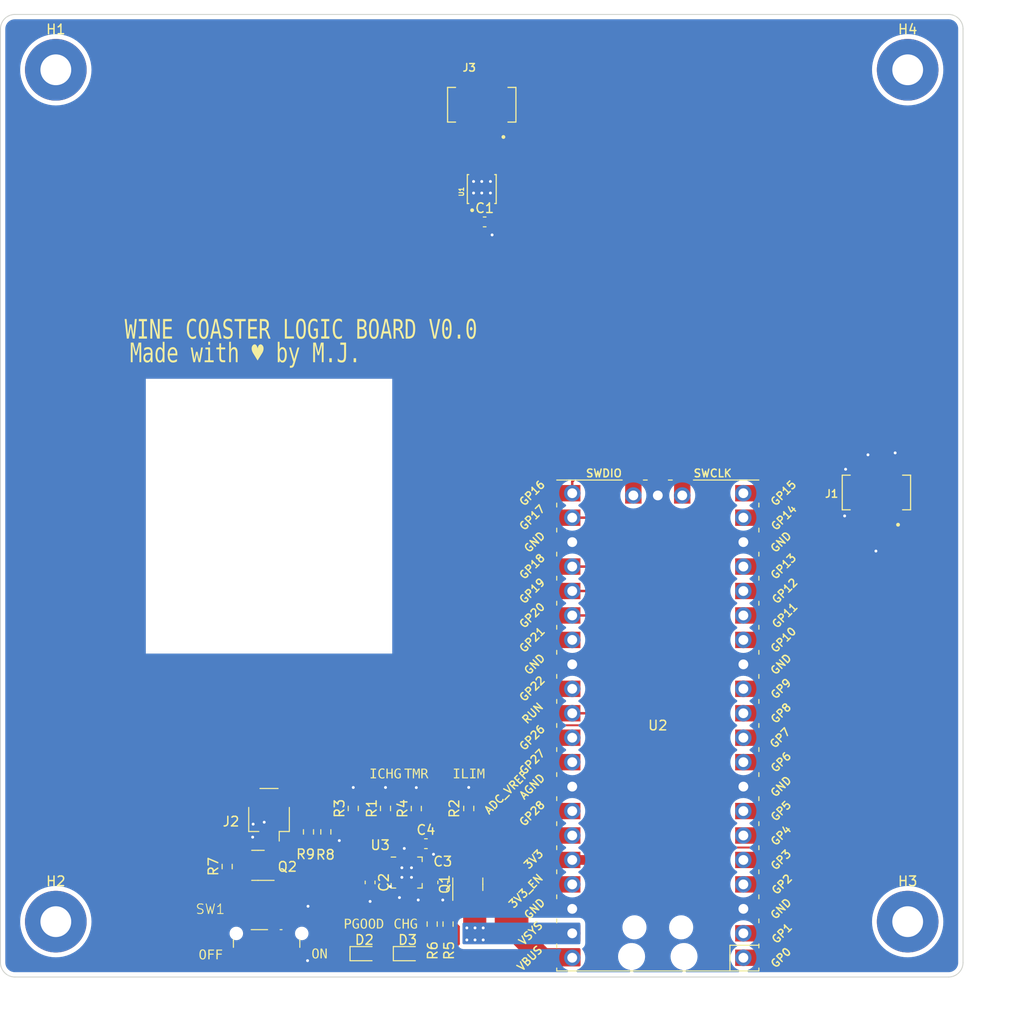
<source format=kicad_pcb>
(kicad_pcb (version 20221018) (generator pcbnew)
  (layers (0 "F.Cu" signal) (31 "B.Cu" signal) (34 "B.Paste" user) (35 "F.Paste" user) (36 "B.SilkS" user "B.Silkscreen") (37 "F.SilkS" user "F.Silkscreen") (38 "B.Mask" user) (39 "F.Mask" user) (44 "Edge.Cuts" user))
  (net 0 "")
  (net 1 "+BATT")
  (net 2 "GND")
  (net 3 "+3.3V")
  (net 4 "/LED_R")
  (net 5 "/LED_G")
  (net 6 "/RESET")
  (net 7 "/LED_B")
  (net 8 "/BACKLIGHT_EN")
  (net 9 "/SWA")
  (net 10 "/LCD_MOSI")
  (net 11 "/SWB")
  (net 12 "/LCD_SCLK")
  (net 13 "/SWX")
  (net 14 "/LCD_CS_n")
  (net 15 "/SWY")
  (net 16 "/LCD_DC")
  (net 19 "/I2C_SDA")
  (net 20 "/I2C_SCL")
  (net 34 "+VDC")
  (net 37 "/Vout")
  (net 38 "VBUS")
  (net 39 "Net-(U3-TS)")
  (net 40 "/PGOOD_n")
  (net 41 "/CHG_n")
  (net 42 "Net-(U3-ILIM)")
  (net 43 "Net-(U3-TMR)")
  (net 44 "Net-(U3-ISET)")
  (net 45 "Net-(D2-A)")
  (net 46 "Net-(D3-A)")
  (net 47 "/Vbatt")
  (net 68 "Net-(Q2-G)")
  (net 69 "/BATT_VSENSE")
  (footprint "LED_SMD:LED_0603_1608Metric" (layer "F.Cu") (at 126.45 140.975)
    (fp_text reference "D2")
    (fp_text value "LED")
  )
  (footprint "Resistor_SMD:R_0603_1608Metric" (layer "F.Cu") (at 135.15 137.9 -90)
    (fp_text reference "R5")
    (fp_text value "1.5k")
  )
  (footprint "Connector_JST:JST_SH_SM02B-SRSS-TB_1x02-1MP_P1.00mm_Horizontal" (layer "F.Cu") (at 116.55 126.5 180)
    (fp_text reference "J2")
    (fp_text value "Conn_01x02")
  )
  (footprint "Package_DFN_QFN:VQFN-16-1EP_3x3mm_P0.5mm_EP1.6x1.6mm" (layer "F.Cu") (at 130.85 132.55)
    (fp_text reference "U3")
    (fp_text value "BQ24072RGT")
  )
  (footprint "K3-2245S:K3-2245S" (layer "F.Cu") (at 115.43 140.73)
    (fp_text reference "SW1")
    (fp_text value "SW_DPDT_x2")
  )
  (footprint "Resistor_SMD:R_0603_1608Metric" (layer "F.Cu") (at 125.3 125.8875 90)
    (fp_text reference "R3")
    (fp_text value "10k")
  )
  (footprint "Resistor_SMD:R_0603_1608Metric" (layer "F.Cu") (at 122.45 128.325 -90)
    (fp_text reference "R8")
    (fp_text value "10k")
  )
  (footprint "Resistor_SMD:R_0603_1608Metric" (layer "F.Cu") (at 112.2 131.925 90)
    (fp_text reference "R7")
    (fp_text value "10k")
  )
  (footprint "DF12NC-20DS-0.5V_51_:HRS_DF12NC-20DS-0.5V_51_" (layer "F.Cu") (at 138.649933 52.781)
    (fp_text reference "J3")
    (fp_text value "Conn_02x10_Odd_Even")
  )
  (footprint "Resistor_SMD:R_0603_1608Metric" (layer "F.Cu") (at 120.65 128.325 90)
    (fp_text reference "R9")
    (fp_text value "10k")
  )
  (footprint "MountingHole:MountingHole_3.2mm_M3_Pad_TopBottom" (layer "F.Cu") (at 94.399933 49.150555)
    (fp_text reference "H1")
    (fp_text value "MountingHole")
  )
  (footprint "Resistor_SMD:R_0603_1608Metric" (layer "F.Cu") (at 128.65 125.8875 90)
    (fp_text reference "R1")
    (fp_text value "9.53k")
  )
  (footprint "Capacitor_SMD:C_0603_1608Metric" (layer "F.Cu") (at 134.6 133.575 -90)
    (fp_text reference "C3")
    (fp_text value "4.7uF")
  )
  (footprint "Capacitor_SMD:C_0603_1608Metric" (layer "F.Cu") (at 132.85 129.55)
    (fp_text reference "C4")
    (fp_text value "1uF")
  )
  (footprint "Resistor_SMD:R_0603_1608Metric" (layer "F.Cu") (at 137.3 125.8875 90)
    (fp_text reference "R2")
    (fp_text value "5.11k")
  )
  (footprint "MountingHole:MountingHole_3.2mm_M3_Pad_TopBottom" (layer "F.Cu") (at 182.899933 49.150555)
    (fp_text reference "H4")
    (fp_text value "MountingHole")
  )
  (footprint "Package_TO_SOT_SMD:SOT-23" (layer "F.Cu") (at 115.4 131.8 180)
    (fp_text reference "Q2")
    (fp_text value "DMG2301L")
  )
  (footprint "Package_TO_SOT_SMD:SOT-23" (layer "F.Cu") (at 137.2 133.7625 90)
    (fp_text reference "Q1")
    (fp_text value "DMG2301L")
  )
  (footprint "MCU_RaspberryPi_and_Boards:RPi_Pico_SMD_TH" (layer "F.Cu") (at 156.94 117.27 180)
    (fp_text reference "U2")
    (fp_text value "Pico")
  )
  (footprint "MountingHole:MountingHole_3.2mm_M3_Pad_TopBottom" (layer "F.Cu") (at 182.899933 137.650555)
    (fp_text reference "H3")
    (fp_text value "MountingHole")
  )
  (footprint "Capacitor_SMD:C_0603_1608Metric" (layer "F.Cu") (at 138.95 64.9532)
    (fp_text reference "C1")
    (fp_text value "10nF")
  )
  (footprint "Resistor_SMD:R_0603_1608Metric" (layer "F.Cu") (at 131.85 125.9 90)
    (fp_text reference "R4")
    (fp_text value "46.4k")
  )
  (footprint "Capacitor_SMD:C_0603_1608Metric" (layer "F.Cu") (at 127.051992 133.575 -90)
    (fp_text reference "C2")
    (fp_text value "4.7uF")
  )
  (footprint "MountingHole:MountingHole_3.2mm_M3_Pad_TopBottom" (layer "F.Cu") (at 94.399933 137.650555)
    (fp_text reference "H2")
    (fp_text value "MountingHole")
  )
  (footprint "Resistor_SMD:R_0603_1608Metric" (layer "F.Cu") (at 133.5 137.9 -90)
    (fp_text reference "R6")
    (fp_text value "1.5k")
  )
  (footprint "MLX90632SLD-BCB-000-SP:XDCR_MLX90632SLD-BCB-000-SP" (layer "F.Cu") (at 138.649933 61.541255 90)
    (fp_text reference "U1")
    (fp_text value "MLX90632")
  )
  (footprint "DF12NC-20DS-0.5V_51_:HRS_DF12NC-20DS-0.5V_51_" (layer "F.Cu") (at 179.65 93.063055)
    (fp_text reference "J1")
    (fp_text value "Conn_02x10_Odd_Even")
  )
  (footprint "LED_SMD:LED_0603_1608Metric" (layer "F.Cu") (at 130.95 140.975)
    (fp_text reference "D3")
    (fp_text value "LED")
  )
  (gr_arc locked (start 88.649867 44.900621) (mid 89.089245 43.839867) (end 90.149999 43.400489) (stroke (width 0.1)) (layer "Edge.Cuts"))
  (gr_arc locked (start 188.65 141.900489) (mid 188.210621 142.961243) (end 187.149867 143.400622) (stroke (width 0.1)) (layer "Edge.Cuts"))
  (gr_line locked (start 187.149867 43.400489) (end 90.149999 43.400489) (stroke (width 0.1)) (layer "Edge.Cuts"))
  (gr_line locked (start 88.649867 44.900621) (end 88.649867 141.900489) (stroke (width 0.1)) (layer "Edge.Cuts"))
  (gr_arc locked (start 187.149867 43.400489) (mid 188.210621 43.839868) (end 188.65 44.900622) (stroke (width 0.1)) (layer "Edge.Cuts"))
  (gr_arc locked (start 90.15 143.400622) (mid 89.089246 142.961243) (end 88.649867 141.900489) (stroke (width 0.1)) (layer "Edge.Cuts"))
  (gr_line locked (start 90.15 143.400622) (end 187.149867 143.400622) (stroke (width 0.1)) (layer "Edge.Cuts"))
  (gr_line locked (start 188.65 141.900489) (end 188.65 44.900622) (stroke (width 0.1)) (layer "Edge.Cuts"))
  (gr_text "CHG" (at 130.75 137.95) (layer "F.SilkS") (effects (font (size 1 1) (thickness 0.1))))
  (gr_text "PGOOD" (at 126.4 137.95) (layer "F.SilkS") (effects (font (size 1 1) (thickness 0.1))))
  (gr_text "OFF" (at 110.5 141.15) (layer "F.SilkS") (effects (font (size 1 1) (thickness 0.1))))
  (gr_text "ICHG" (at 128.65 122.35) (layer "F.SilkS") (effects (font (size 1 1) (thickness 0.1))))
  (gr_text "WINE COASTER LOGIC BOARD V0.0" (at 119.866574 76.25) (layer "F.SilkS") (effects (font (size 2 1.5) (thickness 0.1))))
  (gr_text "ON" (at 121.8 141.05) (layer "F.SilkS") (effects (font (size 1 1) (thickness 0.1))))
  (gr_text "ILIM" (at 137.3 122.35) (layer "F.SilkS") (effects (font (size 1 1) (thickness 0.1))))
  (gr_text "TMR" (at 131.85 122.35) (layer "F.SilkS") (effects (font (size 1 1) (thickness 0.1))))
  (gr_text "Made with ♥ by M.J." (at 114.1 78.7) (layer "F.SilkS") (effects (font (size 2 1.5) (thickness 0.1))))
  (segment (start 112.45 130.85) (end 116.3375 130.85) (width 0.25) (layer "F.Cu") (net 1))
  (segment (start 118.95 130.85) (end 116.5375 130.85) (width 0.25) (layer "F.Cu") (net 1))
  (segment (start 112.2 131.1) (end 112.45 130.85) (width 0.25) (layer "F.Cu") (net 1))
  (segment (start 120.65 129.15) (end 118.95 130.85) (width 0.25) (layer "F.Cu") (net 1))
  (segment (start 177.063055 91.263055) (end 177.3 91.263055) (width 0.5) (layer "F.Cu") (net 2))
  (segment (start 179.9 94.863055) (end 179.9 98.85) (width 0.3) (layer "F.Cu") (net 2))
  (segment (start 119.139492 141.7) (end 120.55 141.7) (width 1) (layer "F.Cu") (net 2))
  (segment (start 129.4125 133.3) (end 129.4125 133.7375) (width 0.25) (layer "F.Cu") (net 2))
  (segment (start 127.051992 135.548008) (end 127.05 135.55) (width 0.25) (layer "F.Cu") (net 2))
  (segment (start 181.4 89.15) (end 181.6 88.95) (width 0.3) (layer "F.Cu") (net 2))
  (segment (start 134.6 135.4) (end 134.6 134.35) (width 1) (layer "F.Cu") (net 2))
  (segment (start 122.439492 129.225) (end 123.85 129.225) (width 1) (layer "F.Cu") (net 2))
  (segment (start 181.4 91.263055) (end 181.4 89.15) (width 0.3) (layer "F.Cu") (net 2))
  (segment (start 176.35 95.5) (end 176.986945 94.863055) (width 0.5) (layer "F.Cu") (net 2))
  (segment (start 131.6 133.96875) (end 131.6 134.95) (width 0.25) (layer "F.Cu") (net 2))
  (segment (start 178.9 91.263055) (end 178.9 89.15) (width 0.3) (layer "F.Cu") (net 2))
  (segment (start 129.4125 133.7375) (end 129.15 134) (width 0.25) (layer "F.Cu") (net 2))
  (segment (start 130.1 135.15) (end 130.6 134.65) (width 0.25) (layer "F.Cu") (net 2))
  (segment (start 128.65 123.710758) (end 128.65 125.0625) (width 1) (layer "F.Cu") (net 2))
  (segment (start 133.6375 129.5625) (end 133.625 129.55) (width 1) (layer "F.Cu") (net 2))
  (segment (start 139.725 66.304942) (end 139.725 64.9532) (width 1) (layer "F.Cu") (net 2))
  (segment (start 130.6 131.30625) (end 130.6 130.04375) (width 0.25) (layer "F.Cu") (net 2))
  (segment (start 131.6 134.95) (end 132.05 135.4) (width 0.25) (layer "F.Cu") (net 2))
  (segment (start 130.6 134.65) (end 130.6 133.9875) (width 0.25) (layer "F.Cu") (net 2))
  (segment (start 139.649933 62.941255) (end 139.649933 62.053133) (width 0.25) (layer "F.Cu") (net 2))
  (segment (start 179.9 98.85) (end 179.6 99.15) (width 0.3) (layer "F.Cu") (net 2))
  (segment (start 139.649933 62.053133) (end 139.55 61.9532) (width 0.25) (layer "F.Cu") (net 2))
  (segment (start 127.051992 134.1375) (end 127.051992 135.548008) (width 1) (layer "F.Cu") (net 2))
  (segment (start 131.85 123.723258) (end 131.85 125.075) (width 1) (layer "F.Cu") (net 2))
  (segment (start 125.3 123.710758) (end 125.3 125.0625) (width 1) (layer "F.Cu") (net 2))
  (segment (start 137.294621 125.057121) (end 137.3 125.0625) (width 1) (layer "F.Cu") (net 2))
  (segment (start 176.986945 94.863055) (end 177.3 94.863055) (width 0.5) (layer "F.Cu") (net 2))
  (segment (start 137.294621 123.705379) (end 137.294621 125.057121) (width 1) (layer "F.Cu") (net 2))
  (segment (start 176.45 90.65) (end 177.063055 91.263055) (width 0.5) (layer "F.Cu") (net 2))
  (segment (start 138.649933 62.941255) (end 138.649933 61.953267) (width 0.25) (layer "F.Cu") (net 2))
  (segment (start 119.189492 136.05) (end 120.6 136.05) (width 1) (layer "F.Cu") (net 2))
  (segment (start 138.649933 61.953267) (end 138.65 61.9532) (width 0.25) (layer "F.Cu") (net 2))
  (segment (start 133.6375 130.65) (end 133.6375 129.5625) (width 1) (layer "F.Cu") (net 2))
  (via (at 139.725 66.304942) (size 0.6) (drill 0.3) (layers "F.Cu" "B.Cu") (net 2))
  (via (at 139.55 61.9532) (size 0.6) (drill 0.3) (layers "F.Cu" "B.Cu") (net 2))
  (via (at 137.8 60.7532) (size 0.6) (drill 0.3) (layers "F.Cu" "B.Cu") (net 2))
  (via (at 181.6 88.95) (size 0.6) (drill 0.3) (layers "F.Cu" "B.Cu") (net 2))
  (via (at 134.6 135.4) (size 0.6) (drill 0.3) (layers "F.Cu" "B.Cu") (net 2))
  (via (at 114.9 127.52) (size 0.6) (drill 0.3) (layers "F.Cu" "B.Cu") (net 2))
  (via (at 176.35 95.5) (size 0.6) (drill 0.3) (layers "F.Cu" "B.Cu") (net 2))
  (via (at 131.85 123.723258) (size 0.6) (drill 0.3) (layers "F.Cu" "B.Cu") (net 2))
  (via (at 179.6 99.15) (size 0.6) (drill 0.3) (layers "F.Cu" "B.Cu") (net 2))
  (via (at 130.35 132.05) (size 0.6) (drill 0.3) (layers "F.Cu" "B.Cu") (net 2))
  (via (at 137.294621 123.705379) (size 0.6) (drill 0.3) (layers "F.Cu" "B.Cu") (net 2))
  (via (at 128.65 123.710758) (size 0.6) (drill 0.3) (layers "F.Cu" "B.Cu") (net 2))
  (via (at 133.6375 130.65) (size 0.6) (drill 0.3) (layers "F.Cu" "B.Cu") (net 2))
  (via (at 138.65 60.7532) (size 0.6) (drill 0.3) (layers "F.Cu" "B.Cu") (net 2))
  (via (at 116.050001 127.319129) (size 0.6) (drill 0.3) (layers "F.Cu" "B.Cu") (net 2))
  (via (at 131.35 133.05) (size 0.6) (drill 0.3) (layers "F.Cu" "B.Cu") (net 2))
  (via (at 176.45 90.65) (size 0.6) (drill 0.3) (layers "F.Cu" "B.Cu") (net 2))
  (via (at 114.85 128.87) (size 0.6) (drill 0.3) (layers "F.Cu" "B.Cu") (net 2))
  (via (at 129.15 134) (size 0.6) (drill 0.3) (layers "F.Cu" "B.Cu") (net 2))
  (via (at 130.1 135.15) (size 0.6) (drill 0.3) (layers "F.Cu" "B.Cu") (net 2))
  (via (at 120.551992 141.701992) (size 0.6) (drill 0.3) (layers "F.Cu" "B.Cu") (net 2))
  (via (at 132.05 135.4) (size 0.6) (drill 0.3) (layers "F.Cu" "B.Cu") (net 2))
  (via (at 130.6 130.04375) (size 0.6) (drill 0.3) (layers "F.Cu" "B.Cu") (net 2))
  (via (at 131.35 132.05) (size 0.6) (drill 0.3) (layers "F.Cu" "B.Cu") (net 2))
  (via (at 178.7755 89.15) (size 0.6) (drill 0.3) (layers "F.Cu" "B.Cu") (net 2))
  (via (at 127.05 135.55) (size 0.6) (drill 0.3) (layers "F.Cu" "B.Cu") (net 2))
  (via (at 120.601992 136.051992) (size 0.6) (drill 0.3) (layers "F.Cu" "B.Cu") (net 2))
  (via (at 137.8 61.9532) (size 0.6) (drill 0.3) (layers "F.Cu" "B.Cu") (net 2))
  (via (at 125.3 123.710758) (size 0.6) (drill 0.3) (layers "F.Cu" "B.Cu") (net 2))
  (via (at 123.851992 129.226992) (size 0.6) (drill 0.3) (layers "F.Cu" "B.Cu") (net 2))
  (via (at 138.65 61.9532) (size 0.6) (drill 0.3) (layers "F.Cu" "B.Cu") (net 2))
  (via (at 139.55 60.7532) (size 0.6) (drill 0.3) (layers "F.Cu" "B.Cu") (net 2))
  (via (at 130.35 133.05) (size 0.6) (drill 0.3) (layers "F.Cu" "B.Cu") (net 2))
  (segment (start 150.45 117.25) (end 150.45 131.24) (width 1) (layer "F.Cu") (net 3))
  (segment (start 182 94.863055) (end 183.136945 94.863055) (width 0.5) (layer "F.Cu") (net 3))
  (segment (start 182.313055 91.263055) (end 182 91.263055) (width 0.5) (layer "F.Cu") (net 3))
  (segment (start 163.7 129.95) (end 169.6 129.95) (width 0.2) (layer "F.Cu") (net 3))
  (segment (start 138.075067 65.053133) (end 138.175 64.9532) (width 0.5) (layer "F.Cu") (net 3))
  (segment (start 144.8 117.25) (end 144.2 116.65) (width 0.2) (layer "F.Cu") (net 3))
  (segment (start 144.2 116.65) (end 144.15 116.65) (width 0.2) (layer "F.Cu") (net 3))
  (segment (start 155.7 127.15) (end 151.61 131.24) (width 1) (layer "F.Cu") (net 3))
  (segment (start 183.136945 94.863055) (end 183.15 94.85) (width 0.2) (layer "F.Cu") (net 3))
  (segment (start 144.15 111.85) (end 138.075067 105.775067) (width 1) (layer "F.Cu") (net 3))
  (segment (start 150.45 117.25) (end 144.8 117.25) (width 0.2) (layer "F.Cu") (net 3))
  (segment (start 150.45 131.24) (end 148.11 131.24) (width 1) (layer "F.Cu") (net 3))
  (segment (start 138.149933 62.941255) (end 138.149933 66.1532) (width 0.3) (layer "F.Cu") (net 3))
  (segment (start 171.3 129.95) (end 183.15 118.1) (width 1) (layer "F.Cu") (net 3))
  (segment (start 144.15 116.65) (end 144.15 111.85) (width 1) (layer "F.Cu") (net 3))
  (segment (start 160.9 127.15) (end 155.7 127.15) (width 1) (layer "F.Cu") (net 3))
  (segment (start 183.15 118.1) (end 183.15 94.85) (width 1) (layer "F.Cu") (net 3))
  (segment (start 183.15 94.85) (end 183.15 92.1) (width 1) (layer "F.Cu") (net 3))
  (segment (start 163.7 129.95) (end 160.9 127.15) (width 1) (layer "F.Cu") (net 3))
  (segment (start 183.15 92.1) (end 182.313055 91.263055) (width 0.5) (layer "F.Cu") (net 3))
  (segment (start 151.61 131.24) (end 148.05 131.24) (width 1) (layer "F.Cu") (net 3))
  (segment (start 169.6 129.95) (end 171.3 129.95) (width 1) (layer "F.Cu") (net 3))
  (segment (start 148.05 131.24) (end 146.19 131.24) (width 0.5) (layer "F.Cu") (net 3))
  (segment (start 138.075067 105.775067) (end 138.075067 65.053133) (width 1) (layer "F.Cu") (net 3))
  (segment (start 148.05 131.24) (end 148.11 131.24) (width 0.5) (layer "F.Cu") (net 3))
  (segment (start 165.83 121.08) (end 172.17 121.08) (width 0.25) (layer "F.Cu") (net 4))
  (segment (start 181.4 111.85) (end 181.4 94.863055) (width 0.25) (layer "F.Cu") (net 4))
  (segment (start 172.17 121.08) (end 181.4 111.85) (width 0.25) (layer "F.Cu") (net 4))
  (segment (start 165.83 118.54) (end 174.073604 118.54) (width 0.25) (layer "F.Cu") (net 5))
  (segment (start 174.073604 118.54) (end 180.9 111.713604) (width 0.25) (layer "F.Cu") (net 5))
  (segment (start 180.9 111.713604) (end 180.9 94.863055) (width 0.25) (layer "F.Cu") (net 5))
  (segment (start 177.9 90.163055) (end 177.9 91.263055) (width 0.25) (layer "F.Cu") (net 6))
  (segment (start 177.236945 89.5) (end 177.9 90.163055) (width 0.25) (layer "F.Cu") (net 6))
  (segment (start 151.15 116) (end 162.7 104.45) (width 0.25) (layer "F.Cu") (net 6))
  (segment (start 162.7 104.45) (end 162.7 92.85) (width 0.25) (layer "F.Cu") (net 6))
  (segment (start 162.7 92.85) (end 166.05 89.5) (width 0.25) (layer "F.Cu") (net 6))
  (segment (start 148.05 116) (end 151.15 116) (width 0.25) (layer "F.Cu") (net 6))
  (segment (start 166.05 89.5) (end 177.236945 89.5) (width 0.25) (layer "F.Cu") (net 6))
  (segment (start 165.83 116) (end 167.44 116) (width 0.25) (layer "F.Cu") (net 7))
  (segment (start 167.44 116) (end 180.4 103.04) (width 0.25) (layer "F.Cu") (net 7))
  (segment (start 180.4 103.04) (end 180.4 94.863055) (width 0.25) (layer "F.Cu") (net 7))
  (segment (start 148.05 105.84) (end 152.16 105.84) (width 0.25) (layer "F.Cu") (net 8))
  (segment (start 165.75 88.8) (end 177.3 88.8) (width 0.25) (layer "F.Cu") (net 8))
  (segment (start 161 97) (end 161 93.55) (width 0.25) (layer "F.Cu") (net 8))
  (segment (start 161 93.55) (end 165.75 88.8) (width 0.25) (layer "F.Cu") (net 8))
  (segment (start 177.3 88.8) (end 178.4 89.9) (width 0.25) (layer "F.Cu") (net 8))
  (segment (start 178.4 89.9) (end 178.4 91.263055) (width 0.25) (layer "F.Cu") (net 8))
  (segment (start 152.16 105.84) (end 161 97) (width 0.25) (layer "F.Cu") (net 8))
  (segment (start 174.1 103.3) (end 179.4 98) (width 0.25) (layer "F.Cu") (net 9))
  (segment (start 165.83 103.3) (end 174.1 103.3) (width 0.25) (layer "F.Cu") (net 9))
  (segment (start 179.4 98) (end 179.4 94.863055) (width 0.25) (layer "F.Cu") (net 9))
  (segment (start 149.8 103.3) (end 151.85 101.25) (width 0.25) (layer "F.Cu") (net 10))
  (segment (start 179.040812 88.1) (end 179.4 88.459188) (width 0.25) (layer "F.Cu") (net 10))
  (segment (start 148.05 103.3) (end 149.8 103.3) (width 0.25) (layer "F.Cu") (net 10))
  (segment (start 151.85 101.25) (end 151.85 90.85) (width 0.25) (layer "F.Cu") (net 10))
  (segment (start 151.85 90.85) (end 154.6 88.1) (width 0.25) (layer "F.Cu") (net 10))
  (segment (start 154.6 88.1) (end 179.040812 88.1) (width 0.25) (layer "F.Cu") (net 10))
  (segment (start 179.4 88.459188) (end 179.4 91.263055) (width 0.25) (layer "F.Cu") (net 10))
  (segment (start 165.83 100.76) (end 175.49 100.76) (width 0.25) (layer "F.Cu") (net 11))
  (segment (start 175.49 100.76) (end 178.9 97.35) (width 0.25) (layer "F.Cu") (net 11))
  (segment (start 178.9 97.35) (end 178.9 94.863055) (width 0.25) (layer "F.Cu") (net 11))
  (segment (start 149.94 100.76) (end 150.65 100.05) (width 0.25) (layer "F.Cu") (net 12))
  (segment (start 178.977208 87.4) (end 179.9 88.322792) (width 0.25) (layer "F.Cu") (net 12))
  (segment (start 148.05 100.76) (end 149.94 100.76) (width 0.25) (layer "F.Cu") (net 12))
  (segment (start 150.65 100.05) (end 150.65 91.05) (width 0.25) (layer "F.Cu") (net 12))
  (segment (start 154.3 87.4) (end 178.977208 87.4) (width 0.25) (layer "F.Cu") (net 12))
  (segment (start 150.65 91.05) (end 154.3 87.4) (width 0.25) (layer "F.Cu") (net 12))
  (segment (start 179.9 88.322792) (end 179.9 91.263055) (width 0.25) (layer "F.Cu") (net 12))
  (segment (start 176.35 98.65) (end 178.4 96.6) (width 0.25) (layer "F.Cu") (net 13))
  (segment (start 171.15 98.65) (end 176.35 98.65) (width 0.25) (layer "F.Cu") (net 13))
  (segment (start 165.83 95.68) (end 168.18 95.68) (width 0.25) (layer "F.Cu") (net 13))
  (segment (start 168.18 95.68) (end 171.15 98.65) (width 0.25) (layer "F.Cu") (net 13))
  (segment (start 178.4 96.6) (end 178.4 94.863055) (width 0.25) (layer "F.Cu") (net 13))
  (segment (start 180.4 88.186396) (end 180.4 91.263055) (width 0.25) (layer "F.Cu") (net 14))
  (segment (start 149.52 95.68) (end 150.05 95.15) (width 0.25) (layer "F.Cu") (net 14))
  (segment (start 154 86.8) (end 179.013604 86.8) (width 0.25) (layer "F.Cu") (net 14))
  (segment (start 150.05 95.15) (end 150.05 90.75) (width 0.25) (layer "F.Cu") (net 14))
  (segment (start 179.013604 86.8) (end 180.4 88.186396) (width 0.25) (layer "F.Cu") (net 14))
  (segment (start 148.05 95.68) (end 149.52 95.68) (width 0.25) (layer "F.Cu") (net 14))
  (segment (start 150.05 90.75) (end 154 86.8) (width 0.25) (layer "F.Cu") (net 14))
  (segment (start 171.6 97.05) (end 176.95 97.05) (width 0.25) (layer "F.Cu") (net 15))
  (segment (start 177.9 96.1) (end 177.9 94.863055) (width 0.25) (layer "F.Cu") (net 15))
  (segment (start 165.83 93.14) (end 167.69 93.14) (width 0.25) (layer "F.Cu") (net 15))
  (segment (start 167.69 93.14) (end 171.6 97.05) (width 0.25) (layer "F.Cu") (net 15))
  (segment (start 176.95 97.05) (end 177.9 96.1) (width 0.25) (layer "F.Cu") (net 15))
  (segment (start 148.05 91.937919) (end 153.687919 86.3) (width 0.25) (layer "F.Cu") (net 16))
  (segment (start 153.687919 86.3) (end 179.15 86.3) (width 0.25) (layer "F.Cu") (net 16))
  (segment (start 180.9 88.05) (end 180.9 91.263055) (width 0.25) (layer "F.Cu") (net 16))
  (segment (start 148.05 93.14) (end 148.05 91.937919) (width 0.25) (layer "F.Cu") (net 16))
  (segment (start 179.15 86.3) (end 180.9 88.05) (width 0.25) (layer "F.Cu") (net 16))
  (segment (start 135.4 60.3) (end 135.4 62.3532) (width 0.2) (layer "F.Cu") (net 19))
  (segment (start 137.1 58.6) (end 135.4 60.3) (width 0.2) (layer "F.Cu") (net 19))
  (segment (start 179.85 83) (end 167.95 83) (width 0.2) (layer "F.Cu") (net 19))
  (segment (start 165.83 141.4) (end 172.8 141.4) (width 0.2) (layer "F.Cu") (net 19))
  (segment (start 167.95 83) (end 143.55 58.6) (width 0.2) (layer "F.Cu") (net 19))
  (segment (start 187 90.15) (end 179.85 83) (width 0.2) (layer "F.Cu") (net 19))
  (segment (start 143.55 58.6) (end 137.1 58.6) (width 0.2) (layer "F.Cu") (net 19))
  (segment (start 187 127.2) (end 187 90.15) (width 0.2) (layer "F.Cu") (net 19))
  (segment (start 172.8 141.4) (end 187 127.2) (width 0.2) (layer "F.Cu") (net 19))
  (segment (start 135.988055 62.941255) (end 137.649933 62.941255) (width 0.2) (layer "F.Cu") (net 19))
  (segment (start 135.4 62.3532) (end 135.988055 62.941255) (width 0.2) (layer "F.Cu") (net 19))
  (segment (start 170.94 138.86) (end 184.95 124.85) (width 0.2) (layer "F.Cu") (net 20))
  (segment (start 178.9 84.35) (end 161.4968 84.35) (width 0.2) (layer "F.Cu") (net 20))
  (segment (start 184.95 124.85) (end 184.95 90.4) (width 0.2) (layer "F.Cu") (net 20))
  (segment (start 139.149933 63.491255) (end 139.149933 62.941255) (width 0.2) (layer "F.Cu") (net 20))
  (segment (start 139.511878 63.8532) (end 139.149933 63.491255) (width 0.2) (layer "F.Cu") (net 20))
  (segment (start 184.95 90.4) (end 178.9 84.35) (width 0.2) (layer "F.Cu") (net 20))
  (segment (start 165.83 138.86) (end 170.94 138.86) (width 0.2) (layer "F.Cu") (net 20))
  (segment (start 161.4968 84.35) (end 141 63.8532) (width 0.2) (layer "F.Cu") (net 20))
  (segment (start 141 63.8532) (end 139.511878 63.8532) (width 0.2) (layer "F.Cu") (net 20))
  (via (at 137.1 138.3) (size 0.6) (drill 0.3) (layers "F.Cu" "B.Cu") (net 34))
  (via (at 137.95 138.3) (size 0.6) (drill 0.3) (layers "F.Cu" "B.Cu") (net 34))
  (via (at 137.95 139.55) (size 0.6) (drill 0.3) (layers "F.Cu" "B.Cu") (net 34))
  (via (at 138.8 139.55) (size 0.6) (drill 0.3) (layers "F.Cu" "B.Cu") (net 34))
  (via (at 137.1 139.55) (size 0.6) (drill 0.3) (layers "F.Cu" "B.Cu") (net 34))
  (via (at 138.8 138.3) (size 0.6) (drill 0.3) (layers "F.Cu" "B.Cu") (net 34))
  (segment (start 124.45 141.3) (end 124.45 139.6375) (width 0.25) (layer "F.Cu") (net 37))
  (segment (start 133.5 137.075) (end 135.15 137.075) (width 0.25) (layer "F.Cu") (net 37))
  (segment (start 124.45 139.6375) (end 130.1 133.9875) (width 0.25) (layer "F.Cu") (net 37))
  (segment (start 133.5 137.075) (end 133.6 136.975) (width 0.25) (layer "F.Cu") (net 37))
  (segment (start 136.25 138.175) (end 136.25 139.95) (width 0.25) (layer "F.Cu") (net 37))
  (segment (start 133.6 136.975) (end 133.6 132.8) (width 0.25) (layer "F.Cu") (net 37))
  (segment (start 136.25 139.95) (end 133.424378 142.775622) (width 0.25) (layer "F.Cu") (net 37))
  (segment (start 135.15 137.075) (end 136.25 138.175) (width 0.25) (layer "F.Cu") (net 37))
  (segment (start 125.925622 142.775622) (end 124.45 141.3) (width 0.25) (layer "F.Cu") (net 37))
  (segment (start 133.424378 142.775622) (end 125.925622 142.775622) (width 0.25) (layer "F.Cu") (net 37))
  (segment (start 136.25 134.7) (end 136.734251 134.7) (width 0.25) (layer "F.Cu") (net 38))
  (segment (start 139.2875 132.3) (end 140.15 132.3) (width 0.25) (layer "F.Cu") (net 38))
  (segment (start 137.95 133.6375) (end 139.2875 132.3) (width 0.25) (layer "F.Cu") (net 38))
  (segment (start 136.734251 134.7) (end 137.796751 133.6375) (width 0.25) (layer "F.Cu") (net 38))
  (segment (start 137.796751 133.6375) (end 137.95 133.6375) (width 0.25) (layer "F.Cu") (net 38))
  (segment (start 125.3 128.6) (end 125.3 126.7125) (width 0.25) (layer "F.Cu") (net 39))
  (segment (start 129.4125 131.8) (end 128.5 131.8) (width 0.25) (layer "F.Cu") (net 39))
  (segment (start 128.5 131.8) (end 125.3 128.6) (width 0.25) (layer "F.Cu") (net 39))
  (segment (start 131.1 133.9875) (end 131.1 135.55) (width 0.25) (layer "F.Cu") (net 40))
  (segment (start 131.1 135.55) (end 125.675 140.975) (width 0.25) (layer "F.Cu") (net 40))
  (segment (start 125.675 140.975) (end 125.6625 140.975) (width 0.25) (layer "F.Cu") (net 40))
  (segment (start 132.75 133.3) (end 133.1 133.65) (width 0.25) (layer "F.Cu") (net 41))
  (segment (start 133.1 135.233884) (end 130.1625 138.171384) (width 0.25) (layer "F.Cu") (net 41))
  (segment (start 130.1625 138.171384) (end 130.1625 140.975) (width 0.25) (layer "F.Cu") (net 41))
  (segment (start 133.1 133.65) (end 133.1 135.233884) (width 0.25) (layer "F.Cu") (net 41))
  (segment (start 132.2875 133.3) (end 132.75 133.3) (width 0.25) (layer "F.Cu") (net 41))
  (segment (start 136.95 130.05) (end 136.95 127.0625) (width 0.25) (layer "F.Cu") (net 42))
  (segment (start 132.2875 131.8) (end 135.2 131.8) (width 0.25) (layer "F.Cu") (net 42))
  (segment (start 135.2 131.8) (end 136.95 130.05) (width 0.25) (layer "F.Cu") (net 42))
  (segment (start 136.95 127.0625) (end 137.3 126.7125) (width 0.25) (layer "F.Cu") (net 42))
  (segment (start 131.25 130.277634) (end 131.25 127.325) (width 0.25) (layer "F.Cu") (net 43))
  (segment (start 131.1 130.427634) (end 131.25 130.277634) (width 0.25) (layer "F.Cu") (net 43))
  (segment (start 131.1 131.1125) (end 131.1 130.427634) (width 0.25) (layer "F.Cu") (net 43))
  (segment (start 131.25 127.325) (end 131.85 126.725) (width 0.25) (layer "F.Cu") (net 43))
  (segment (start 129.975 128.0375) (end 128.65 126.7125) (width 0.25) (layer "F.Cu") (net 44))
  (segment (start 130.1 131.1125) (end 129.975 130.9875) (width 0.25) (layer "F.Cu") (net 44))
  (segment (start 129.975 130.9875) (end 129.975 128.0375) (width 0.25) (layer "F.Cu") (net 44))
  (segment (start 135.15 139.7) (end 132.7 142.15) (width 0.25) (layer "F.Cu") (net 45))
  (segment (start 132.7 142.15) (end 128.4125 142.15) (width 0.25) (layer "F.Cu") (net 45))
  (segment (start 135.15 138.725) (end 135.15 139.7) (width 0.25) (layer "F.Cu") (net 45))
  (segment (start 128.4125 142.15) (end 127.2375 140.975) (width 0.25) (layer "F.Cu") (net 45))
  (segment (start 133.5 138.725) (end 133.5 139.2125) (width 0.25) (layer "F.Cu") (net 46))
  (segment (start 133.5 139.2125) (end 131.7375 140.975) (width 0.25) (layer "F.Cu") (net 46))
  (segment (start 116.55 132.9625) (end 116.3375 132.75) (width 0.25) (layer "F.Cu") (net 68))
  (segment (start 116.55 141.7) (end 116.55 136.05) (width 0.25) (layer "F.Cu") (net 68))
  (segment (start 116.55 135.75) (end 116.55 132.9625) (width 0.25) (layer "F.Cu") (net 68))
  (segment (start 112.2 132.75) (end 116.3375 132.75) (width 0.25) (layer "F.Cu") (net 68))
  (segment (start 125.15 118.54) (end 148.05 118.54) (width 0.25) (layer "F.Cu") (net 69))
  (segment (start 122.45 127.5) (end 122.45 121.24) (width 0.25) (layer "F.Cu") (net 69))
  (segment (start 122.45 127.5) (end 120.65 127.5) (width 0.25) (layer "F.Cu") (net 69))
  (segment (start 122.45 121.24) (end 125.15 118.54) (width 0.25) (layer "F.Cu") (net 69))
  (zone (net 37) (net_name "/Vout") (layer "F.Cu") (priority 4) (connect_pads yes (clearance 0.3)) (min_thickness 0.25) (fill yes (thermal_gap 0.5) (thermal_bridge_width 0.5))
    (polygon (pts (xy 131.85 132.925) (xy 131.85 132.1) (xy 137.7 132.1) (xy 137.7 133.25) (xy 133.05 133.25) (xy 132.725 132.925)))
  )
  (zone (net 1) (net_name "+BATT") (layer "F.Cu") (connect_pads yes (clearance 0.3)) (min_thickness 0.25) (fill yes (thermal_gap 0.5) (thermal_bridge_width 0.5))
    (polygon (pts (xy 117.425 127.725) (xy 117.425 131.15) (xy 115.95 131.15) (xy 115.95 130) (xy 116.675 129.275) (xy 116.675 127.725)))
  )
  (zone (net 2) (net_name "GND") (layer "F.Cu") (priority 1) (connect_pads (clearance 0.5)) (min_thickness 0.25) (fill yes (thermal_gap 0.5) (thermal_bridge_width 0.5))
    (polygon (pts (xy 116.35 129.545) (xy 116.35 126.97) (xy 114.45 126.97) (xy 114.45 129.545)))
  )
  (zone (net 38) (net_name "VBUS") (layer "F.Cu") (priority 3) (connect_pads yes (clearance 0.3)) (min_thickness 0.25) (fill yes (thermal_gap 0.5) (thermal_bridge_width 0.5))
    (polygon (pts (xy 131.475 131.55) (xy 131.475 127.9) (xy 132.45 127.9) (xy 133.15 127.2) (xy 133.15 121) (xy 133.15 119.9) (xy 141.2 119.9) (xy 143.5 122.2) (xy 143.5 138.45) (xy 145.45 140.4) (xy 148.9 140.4) (xy 148.9 142.3) (xy 144.25 142.3) (xy 140 138.05) (xy 140 134.35) (xy 140 124.8) (xy 138.7 122.95) (xy 137 122.95) (xy 135.65 124.3) (xy 135.65 128.2) (xy 133.95 128.2) (xy 132.85 129.3) (xy 132.85 130.425) (xy 131.725 131.55)))
  )
  (zone (net 34) (net_name "+VDC") (layer "F.Cu") (priority 5) (connect_pads yes (clearance 0.3)) (min_thickness 0.25) (fill yes (thermal_gap 0.5) (thermal_bridge_width 0.5))
    (polygon (pts (xy 136.725 133.9375) (xy 136.725 140) (xy 139.125 140) (xy 139.125 133.9375)))
  )
  (zone (net 47) (net_name "/Vbatt") (layer "F.Cu") (priority 2) (connect_pads yes (clearance 0.3)) (min_thickness 0.25) (fill yes (thermal_gap 0.5) (thermal_bridge_width 0.5))
    (polygon (pts (xy 113.725 132.1) (xy 117.1 132.1) (xy 118.25 133.25) (xy 128.6 133.25) (xy 128.925 132.925) (xy 129.85 132.925) (xy 129.85 132.175) (xy 126.675 132.175) (xy 126.05 131.55) (xy 113.775 131.55) (xy 113.725 131.55)))
  )
  (zone (net 0) (net_name "") (layers "F&B.Cu" "*.Adhes" "*.Paste" "*.SilkS" "*.Mask" "F.CrtYd") (name "battery") (connect_pads (clearance 0)) (min_thickness 0.25)
    (keepout (tracks not_allowed) (vias not_allowed) (pads not_allowed) (copperpour not_allowed) (footprints not_allowed))
    (fill (thermal_gap 0.5) (thermal_bridge_width 0.5))
    (polygon (pts (xy 103.75 109.8) (xy 103.75 81.25) (xy 129.35 81.25) (xy 129.35 109.8)))
  )
  (zone (net 34) (net_name "+VDC") (layer "B.Cu") (priority 4) (connect_pads yes (clearance 0.3)) (min_thickness 0.25) (fill yes (thermal_gap 0.5) (thermal_bridge_width 0.5))
    (polygon (pts (xy 148.9 137.75) (xy 136.65 137.75) (xy 136.65 140) (xy 148.9 140)))
  )
  (zone (net 2) (net_name "GND") (layer "B.Cu") (connect_pads yes (clearance 0.5)) (min_thickness 0.25) (fill yes (thermal_gap 0.5) (thermal_bridge_width 0.5))
    (polygon (pts (xy 88.8 143.1) (xy 188.65 143.1) (xy 188.7 143.05) (xy 188.7 41.9) (xy 88.8 41.9)))
  )
)
</source>
